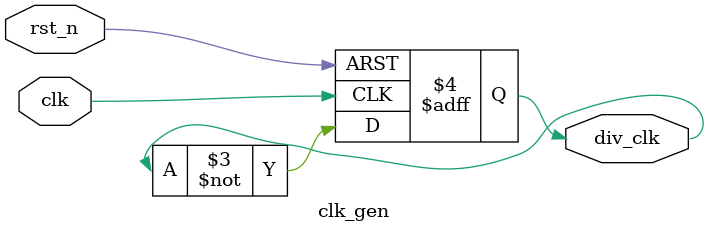
<source format=v>
module clk_gen (
clk,
div_clk,
rst_n
);
input clk;								//afe4400 clk
input rst_n;
output reg div_clk;							//spi clk
/*parameter div_length = 4;			//div register length
parameter div_cof = 4'd9;			//div coffient
reg [div_length-1:0] div_count;	//div register
always @(posedge clk or negedge rst_n)
	begin
	if (!rst_n)
		div_count <= 4'b0;
	else if (div_count == div_cof)
		div_count <= 4'b0;
	else 
		div_count <= div_count +1'b1;
	end*/

always @(posedge clk or negedge rst_n)
	begin
	if (!rst_n)
		div_clk <= 1'b0;
	else //if(div_count == div_cof)
		div_clk <= ~div_clk;
	end
endmodule

</source>
